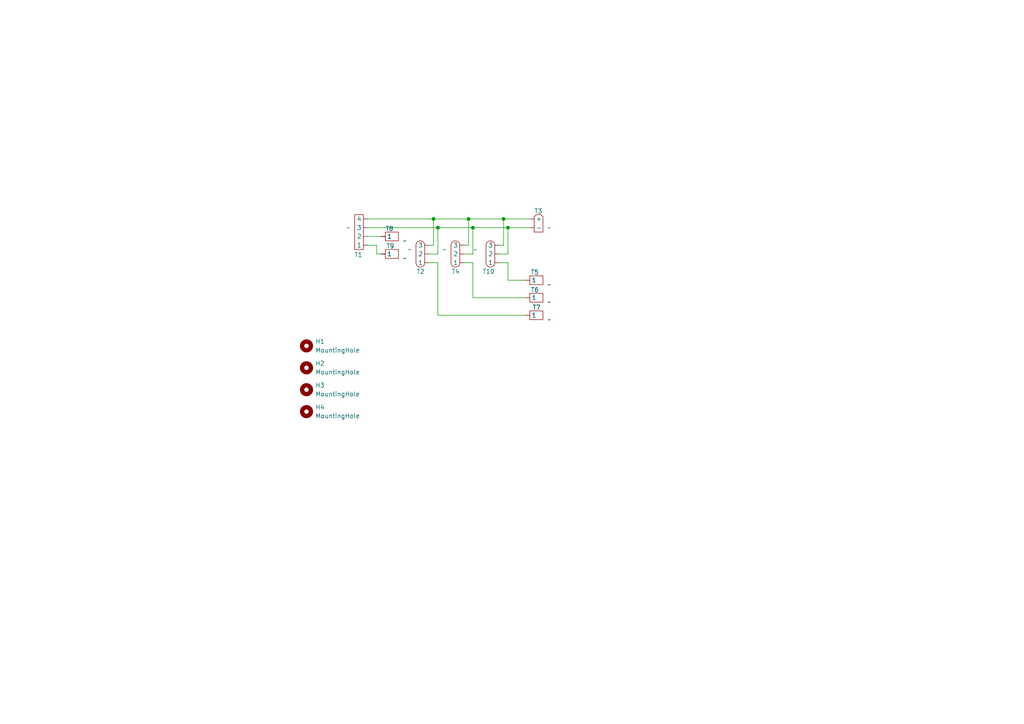
<source format=kicad_sch>
(kicad_sch (version 20231120) (generator "eeschema") (generator_version "8.0")
  (paper "A4")
  (lib_symbols
    (symbol "Connectors:2.54_Pad"
      (property "Reference" "T" (at 0 0 0))
      (symbol "2.54_Pad_0_1"
        (rectangle (start 1.27 0) (end 5.08 -2.54))
      )
      (symbol "2.54_Pad_1_1"
        (pin bidirectional line (at 0 -1.27 0) (length 1.27) (name "1") (number "1"))
      )
    )
    (symbol "Connectors:2.54x4_Pad"
      (property "Reference" "T" (at 0 1.778 0))
      (symbol "2.54x4_Pad_0_1"
        (rectangle (start 0 0) (end 2.54 -10.16))
      )
      (symbol "2.54x4_Pad_1_1"
        (pin bidirectional line (at -1.27 -1.27 0) (length 1.27) (name "1") (number "1"))
        (pin bidirectional line (at -1.27 -3.81 0) (length 1.27) (name "2") (number "2"))
        (pin bidirectional line (at -1.27 -6.35 0) (length 1.27) (name "3") (number "3"))
        (pin bidirectional line (at -1.27 -8.89 0) (length 1.27) (name "4") (number "4"))
      )
    )
    (symbol "Connectors:MR30"
      (property "Reference" "T" (at 0 0 0))
      (symbol "MR30_0_1"
        (arc (start -1.27 -7.62) (mid 0 -8.89) (end 1.27 -7.62))
        (polyline (pts (xy -1.27 -2.54) (xy -1.27 -7.62)))
        (polyline (pts (xy 1.27 -2.54) (xy 1.27 -7.62)))
        (arc (start 1.27 -2.54) (mid 0 -1.27) (end -1.27 -2.54))
      )
      (symbol "MR30_1_1"
        (pin bidirectional line (at -2.54 -2.54 0) (length 1.27) (name "1") (number "1"))
        (pin bidirectional line (at -2.54 -5.08 0) (length 1.27) (name "2") (number "2"))
        (pin bidirectional line (at -2.54 -7.62 0) (length 1.27) (name "3") (number "3"))
      )
    )
    (symbol "Connectors:XT30"
      (property "Reference" "T" (at 0 0 0))
      (symbol "XT30_0_1"
        (polyline (pts (xy -1.27 -6.35) (xy 1.27 -6.35) (xy 1.27 -1.905) (xy 0.635 -1.27) (xy -0.635 -1.27) (xy -1.27 -1.905) (xy -1.27 -6.35)))
      )
      (symbol "XT30_1_1"
        (pin bidirectional line (at -2.54 -2.54 0) (length 1.27) (name "+") (number "1"))
        (pin bidirectional line (at -2.54 -5.08 0) (length 1.27) (name "-") (number "2"))
      )
    )
    (symbol "Mechanical:MountingHole" (pin_names (offset 1.016)) (exclude_from_sim yes) (in_bom no)
      (property "Reference" "H" (at 0 5.08 0))
      (property "Value" "MountingHole" (at 0 3.175 0))
      (symbol "MountingHole_0_1"
        (circle (center 0 0) (radius 1.27) (stroke (width 1.27)))
      )
    )
  )
  (junction (at 127 66.04))
  (junction (at 137.16 66.04))
  (junction (at 147.32 66.04))
  (junction (at 125.73 63.5))
  (junction (at 135.89 63.5))
  (junction (at 146.05 63.5))
  (wire (pts (xy 137.16 66.04) (xy 137.16 73.66)))
  (wire (pts (xy 135.89 63.5) (xy 135.89 71.12)))
  (wire (pts (xy 137.16 73.66) (xy 134.62 73.66)))
  (wire (pts (xy 106.68 71.12) (xy 109.22 71.12)))
  (wire (pts (xy 146.05 63.5) (xy 135.89 63.5)))
  (wire (pts (xy 146.05 71.12) (xy 144.78 71.12)))
  (wire (pts (xy 152.4 91.44) (xy 127 91.44)))
  (wire (pts (xy 125.73 71.12) (xy 124.46 71.12)))
  (wire (pts (xy 147.32 81.28) (xy 147.32 76.2)))
  (wire (pts (xy 109.22 73.66) (xy 110.49 73.66)))
  (wire (pts (xy 147.32 66.04) (xy 137.16 66.04)))
  (wire (pts (xy 127 73.66) (xy 124.46 73.66)))
  (wire (pts (xy 152.4 81.28) (xy 147.32 81.28)))
  (wire (pts (xy 147.32 66.04) (xy 147.32 73.66)))
  (wire (pts (xy 153.67 63.5) (xy 146.05 63.5)))
  (wire (pts (xy 109.22 71.12) (xy 109.22 73.66)))
  (wire (pts (xy 152.4 86.36) (xy 137.16 86.36)))
  (wire (pts (xy 147.32 66.04) (xy 153.67 66.04)))
  (wire (pts (xy 106.68 68.58) (xy 110.49 68.58)))
  (wire (pts (xy 127 66.04) (xy 127 73.66)))
  (wire (pts (xy 147.32 76.2) (xy 144.78 76.2)))
  (wire (pts (xy 137.16 66.04) (xy 127 66.04)))
  (wire (pts (xy 127 76.2) (xy 124.46 76.2)))
  (wire (pts (xy 137.16 76.2) (xy 134.62 76.2)))
  (wire (pts (xy 135.89 63.5) (xy 125.73 63.5)))
  (wire (pts (xy 106.68 63.5) (xy 125.73 63.5)))
  (wire (pts (xy 106.68 66.04) (xy 127 66.04)))
  (wire (pts (xy 135.89 71.12) (xy 134.62 71.12)))
  (wire (pts (xy 127 91.44) (xy 127 76.2)))
  (wire (pts (xy 137.16 86.36) (xy 137.16 76.2)))
  (wire (pts (xy 147.32 73.66) (xy 144.78 73.66)))
  (wire (pts (xy 146.05 63.5) (xy 146.05 71.12)))
  (wire (pts (xy 125.73 63.5) (xy 125.73 71.12)))
  (symbol (lib_id "Connectors:MR30") (at 121.92 78.74 180) (unit 1)
    (property "Reference" "T2" (at 123.19 78.74 0) (effects (justify left)))
    (property "Value" "~" (at 119.38 72.39 0) (effects (justify left)))
    (property "Footprint" "Connectors:MR30" (effects (hide yes)))
  )
  (symbol (lib_id "Connectors:MR30") (at 142.24 78.74 180) (unit 1)
    (property "Reference" "T10" (at 143.51 78.74 0) (effects (justify left)))
    (property "Value" "~" (at 138.43 72.39 0) (effects (justify left)))
    (property "Footprint" "Connectors:MR30" (effects (hide yes)))
  )
  (symbol (lib_id "Connectors:2.54_Pad") (at 110.49 72.39 0) (unit 1)
    (property "Reference" "T9" (at 112.014 71.374 0) (effects (justify left)))
    (property "Value" "~" (at 116.84 74.93 0) (effects (justify left)))
    (property "Footprint" "Connectors:Wire_Pad" (effects (hide yes)))
  )
  (symbol (lib_id "Connectors:XT30") (at 156.21 60.96 0) (unit 1)
    (property "Reference" "T3" (at 154.94 61.214 0) (effects (justify left)))
    (property "Value" "~" (at 158.75 66.04 0) (effects (justify left)))
    (property "Footprint" "Connectors:XT30" (effects (hide yes)))
  )
  (symbol (lib_id "Connectors:2.54_Pad") (at 152.4 90.17 0) (unit 1)
    (property "Reference" "T7" (at 154.432 89.154 0) (effects (justify left)))
    (property "Value" "~" (at 158.75 92.71 0) (effects (justify left)))
    (property "Footprint" "Connectors:Wire_Pad" (effects (hide yes)))
  )
  (symbol (lib_id "Mechanical:MountingHole") (at 88.9 119.38 0) (unit 1) (exclude_from_sim yes) (in_bom no)
    (property "Reference" "H4" (at 91.44 118.1099 0) (effects (justify left)))
    (property "Value" "MountingHole" (at 91.44 120.6499 0) (effects (justify left)))
    (property "Footprint" "MountingHole:MountingHole_3.2mm_M3_Pad" (effects (hide yes)))
    (property "Description" "Mounting Hole without connection" (effects (hide yes)))
  )
  (symbol (lib_id "Connectors:2.54_Pad") (at 110.49 67.31 0) (unit 1)
    (property "Reference" "T8" (at 111.76 66.294 0) (effects (justify left)))
    (property "Value" "~" (at 116.84 69.85 0) (effects (justify left)))
    (property "Footprint" "Connectors:Wire_Pad" (effects (hide yes)))
  )
  (symbol (lib_id "Mechanical:MountingHole") (at 88.9 106.68 0) (unit 1) (exclude_from_sim yes) (in_bom no)
    (property "Reference" "H2" (at 91.44 105.4099 0) (effects (justify left)))
    (property "Value" "MountingHole" (at 91.44 107.9499 0) (effects (justify left)))
    (property "Footprint" "MountingHole:MountingHole_3.2mm_M3_Pad" (effects (hide yes)))
    (property "Description" "Mounting Hole without connection" (effects (hide yes)))
  )
  (symbol (lib_id "Connectors:2.54_Pad") (at 152.4 85.09 0) (unit 1)
    (property "Reference" "T6" (at 153.924 84.074 0) (effects (justify left)))
    (property "Value" "~" (at 158.75 87.63 0) (effects (justify left)))
    (property "Footprint" "Connectors:Wire_Pad" (effects (hide yes)))
  )
  (symbol (lib_id "Connectors:2.54_Pad") (at 152.4 80.01 0) (unit 1)
    (property "Reference" "T5" (at 153.924 78.994 0) (effects (justify left)))
    (property "Value" "~" (at 158.75 82.55 0) (effects (justify left)))
    (property "Footprint" "Connectors:Wire_Pad" (effects (hide yes)))
  )
  (symbol (lib_id "Mechanical:MountingHole") (at 88.9 100.33 0) (unit 1) (exclude_from_sim yes) (in_bom no)
    (property "Reference" "H1" (at 91.44 99.0599 0) (effects (justify left)))
    (property "Value" "MountingHole" (at 91.44 101.5999 0) (effects (justify left)))
    (property "Footprint" "MountingHole:MountingHole_3.2mm_M3_Pad" (effects (hide yes)))
    (property "Description" "Mounting Hole without connection" (effects (hide yes)))
  )
  (symbol (lib_id "Mechanical:MountingHole") (at 88.9 113.03 0) (unit 1) (exclude_from_sim yes) (in_bom no)
    (property "Reference" "H3" (at 91.44 111.7599 0) (effects (justify left)))
    (property "Value" "MountingHole" (at 91.44 114.2999 0) (effects (justify left)))
    (property "Footprint" "MountingHole:MountingHole_3.2mm_M3_Pad" (effects (hide yes)))
    (property "Description" "Mounting Hole without connection" (effects (hide yes)))
  )
  (symbol (lib_id "Connectors:2.54x4_Pad") (at 105.41 72.39 180) (unit 1)
    (property "Reference" "T1" (at 105.156 73.914 0) (effects (justify left)))
    (property "Value" "~" (at 101.6 66.04 0) (effects (justify left)))
    (property "Footprint" "Connectors:2.54x4_Pad" (effects (hide yes)))
  )
  (symbol (lib_id "Connectors:MR30") (at 132.08 78.74 180) (unit 1)
    (property "Reference" "T4" (at 133.35 78.74 0) (effects (justify left)))
    (property "Value" "~" (at 129.54 72.39 0) (effects (justify left)))
    (property "Footprint" "Connectors:MR30" (effects (hide yes)))
  )
)
</source>
